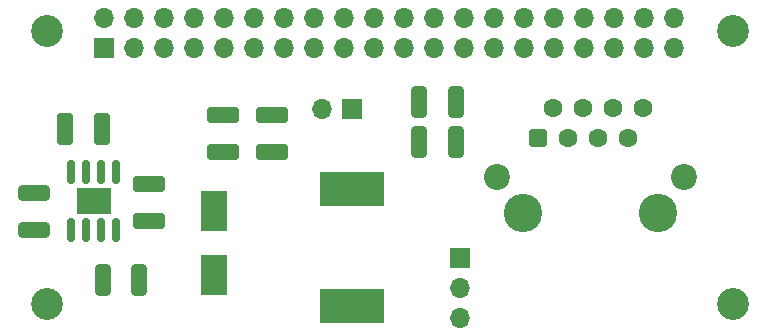
<source format=gbr>
%TF.GenerationSoftware,KiCad,Pcbnew,(6.0.5-0)*%
%TF.CreationDate,2024-08-31T12:48:40+10:00*%
%TF.ProjectId,AAPiHat,41415069-4861-4742-9e6b-696361645f70,rev?*%
%TF.SameCoordinates,Original*%
%TF.FileFunction,Soldermask,Top*%
%TF.FilePolarity,Negative*%
%FSLAX46Y46*%
G04 Gerber Fmt 4.6, Leading zero omitted, Abs format (unit mm)*
G04 Created by KiCad (PCBNEW (6.0.5-0)) date 2024-08-31 12:48:40*
%MOMM*%
%LPD*%
G01*
G04 APERTURE LIST*
G04 Aperture macros list*
%AMRoundRect*
0 Rectangle with rounded corners*
0 $1 Rounding radius*
0 $2 $3 $4 $5 $6 $7 $8 $9 X,Y pos of 4 corners*
0 Add a 4 corners polygon primitive as box body*
4,1,4,$2,$3,$4,$5,$6,$7,$8,$9,$2,$3,0*
0 Add four circle primitives for the rounded corners*
1,1,$1+$1,$2,$3*
1,1,$1+$1,$4,$5*
1,1,$1+$1,$6,$7*
1,1,$1+$1,$8,$9*
0 Add four rect primitives between the rounded corners*
20,1,$1+$1,$2,$3,$4,$5,0*
20,1,$1+$1,$4,$5,$6,$7,0*
20,1,$1+$1,$6,$7,$8,$9,0*
20,1,$1+$1,$8,$9,$2,$3,0*%
G04 Aperture macros list end*
%ADD10R,1.700000X1.700000*%
%ADD11O,1.700000X1.700000*%
%ADD12R,2.300000X3.500000*%
%ADD13RoundRect,0.250000X1.100000X-0.412500X1.100000X0.412500X-1.100000X0.412500X-1.100000X-0.412500X0*%
%ADD14RoundRect,0.250000X0.412500X1.100000X-0.412500X1.100000X-0.412500X-1.100000X0.412500X-1.100000X0*%
%ADD15RoundRect,0.250000X-0.400000X-1.075000X0.400000X-1.075000X0.400000X1.075000X-0.400000X1.075000X0*%
%ADD16C,2.700000*%
%ADD17R,5.400000X2.900000*%
%ADD18RoundRect,0.250000X0.400000X1.075000X-0.400000X1.075000X-0.400000X-1.075000X0.400000X-1.075000X0*%
%ADD19RoundRect,0.250000X1.075000X-0.400000X1.075000X0.400000X-1.075000X0.400000X-1.075000X-0.400000X0*%
%ADD20C,3.250000*%
%ADD21RoundRect,0.400000X-0.400000X-0.400000X0.400000X-0.400000X0.400000X0.400000X-0.400000X0.400000X0*%
%ADD22C,1.600000*%
%ADD23C,2.200000*%
%ADD24RoundRect,0.150000X-0.150000X0.825000X-0.150000X-0.825000X0.150000X-0.825000X0.150000X0.825000X0*%
%ADD25R,3.000000X2.290000*%
G04 APERTURE END LIST*
D10*
%TO.C,JP1*%
X85979000Y-101346000D03*
D11*
X85979000Y-103886000D03*
X85979000Y-106426000D03*
%TD*%
D12*
%TO.C,D1*%
X65151000Y-102776000D03*
X65151000Y-97376000D03*
%TD*%
D13*
%TO.C,C5*%
X59690000Y-98248000D03*
X59690000Y-95123000D03*
%TD*%
D14*
%TO.C,C4*%
X55664500Y-90424000D03*
X52539500Y-90424000D03*
%TD*%
D13*
%TO.C,C7*%
X65913000Y-92367500D03*
X65913000Y-89242500D03*
%TD*%
D15*
%TO.C,R6*%
X82524000Y-88138000D03*
X85624000Y-88138000D03*
%TD*%
D16*
%TO.C,REF\u002A\u002A*%
X109093000Y-105283000D03*
%TD*%
D17*
%TO.C,L1*%
X76835000Y-105407000D03*
X76835000Y-95507000D03*
%TD*%
D10*
%TO.C,JP2*%
X76840000Y-88773000D03*
D11*
X74300000Y-88773000D03*
%TD*%
D18*
%TO.C,R7*%
X58827000Y-103251000D03*
X55727000Y-103251000D03*
%TD*%
D19*
%TO.C,R8*%
X49911000Y-98959000D03*
X49911000Y-95859000D03*
%TD*%
D18*
%TO.C,R5*%
X85624000Y-91567000D03*
X82524000Y-91567000D03*
%TD*%
D20*
%TO.C,J2*%
X102743000Y-97537500D03*
X91313000Y-97537500D03*
D21*
X92583000Y-91187500D03*
D22*
X93853000Y-88647500D03*
X95123000Y-91187500D03*
X96393000Y-88647500D03*
X97663000Y-91187500D03*
X98933000Y-88647500D03*
X100203000Y-91187500D03*
X101473000Y-88647500D03*
D23*
X89128000Y-94487500D03*
X104928000Y-94487500D03*
%TD*%
D13*
%TO.C,C6*%
X70104000Y-92367500D03*
X70104000Y-89242500D03*
%TD*%
D16*
%TO.C,REF\u002A\u002A*%
X51054000Y-82169000D03*
%TD*%
D24*
%TO.C,U4*%
X56896000Y-94045000D03*
X55626000Y-94045000D03*
X54356000Y-94045000D03*
X53086000Y-94045000D03*
X53086000Y-98995000D03*
X54356000Y-98995000D03*
X55626000Y-98995000D03*
X56896000Y-98995000D03*
D25*
X54991000Y-96520000D03*
%TD*%
D11*
%TO.C,J1*%
X104145000Y-81031000D03*
X104145000Y-83571000D03*
X101605000Y-81031000D03*
X101605000Y-83571000D03*
X99065000Y-81031000D03*
X99065000Y-83571000D03*
X96525000Y-81031000D03*
X96525000Y-83571000D03*
X93985000Y-81031000D03*
X93985000Y-83571000D03*
X91445000Y-81031000D03*
X91445000Y-83571000D03*
X88905000Y-81031000D03*
X88905000Y-83571000D03*
X86365000Y-81031000D03*
X86365000Y-83571000D03*
X83825000Y-81031000D03*
X83825000Y-83571000D03*
X81285000Y-81031000D03*
X81285000Y-83571000D03*
X78745000Y-81031000D03*
X78745000Y-83571000D03*
X76205000Y-81031000D03*
X76205000Y-83571000D03*
X73665000Y-81031000D03*
X73665000Y-83571000D03*
X71125000Y-81031000D03*
X71125000Y-83571000D03*
X68585000Y-81031000D03*
X68585000Y-83571000D03*
X66045000Y-81031000D03*
X66045000Y-83571000D03*
X63505000Y-81031000D03*
X63505000Y-83571000D03*
X60965000Y-81031000D03*
X60965000Y-83571000D03*
X58425000Y-81031000D03*
X58425000Y-83571000D03*
X55885000Y-81031000D03*
D10*
X55885000Y-83571000D03*
%TD*%
D16*
%TO.C,REF\u002A\u002A*%
X51054000Y-105283000D03*
%TD*%
%TO.C,REF\u002A\u002A*%
X109093000Y-82169000D03*
%TD*%
M02*

</source>
